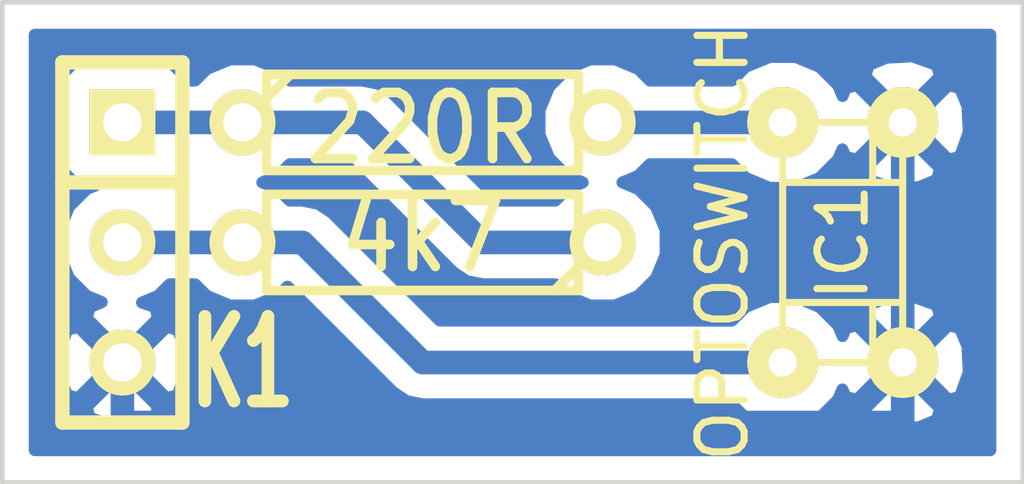
<source format=kicad_pcb>
(kicad_pcb (version 3) (host pcbnew "(2013-05-16 BZR 4016)-stable")

  (general
    (links 7)
    (no_connects 0)
    (area 45.669999 25.865445 67.360001 37.634555)
    (thickness 1.6)
    (drawings 4)
    (tracks 13)
    (zones 0)
    (modules 4)
    (nets 5)
  )

  (page A3)
  (layers
    (15 Dessus.Cu signal)
    (0 Dessous.Cu signal)
    (16 Dessous.Adhes user)
    (17 Dessus.Adhes user)
    (18 Dessous.Pate user)
    (19 Dessus.Pate user)
    (20 Dessous.SilkS user)
    (21 Dessus.SilkS user)
    (22 Dessous.Masque user)
    (23 Dessus.Masque user)
    (24 Dessin.User user)
    (25 Cmts.User user)
    (26 Eco1.User user)
    (27 Eco2.User user)
    (28 Contours.Ci user)
  )

  (setup
    (last_trace_width 0.254)
    (user_trace_width 0.5)
    (trace_clearance 0.254)
    (zone_clearance 0.508)
    (zone_45_only no)
    (trace_min 0.254)
    (segment_width 0.2)
    (edge_width 0.1)
    (via_size 0.889)
    (via_drill 0.635)
    (via_min_size 0.889)
    (via_min_drill 0.508)
    (uvia_size 0.508)
    (uvia_drill 0.127)
    (uvias_allowed no)
    (uvia_min_size 0.508)
    (uvia_min_drill 0.127)
    (pcb_text_width 0.3)
    (pcb_text_size 1.5 1.5)
    (mod_edge_width 0.15)
    (mod_text_size 1 1)
    (mod_text_width 0.15)
    (pad_size 1.5 1.5)
    (pad_drill 0.6)
    (pad_to_mask_clearance 0)
    (aux_axis_origin 0 0)
    (visible_elements 7FFFFFFF)
    (pcbplotparams
      (layerselection 3178497)
      (usegerberextensions true)
      (excludeedgelayer true)
      (linewidth 0.150000)
      (plotframeref false)
      (viasonmask false)
      (mode 1)
      (useauxorigin false)
      (hpglpennumber 1)
      (hpglpenspeed 20)
      (hpglpendiameter 15)
      (hpglpenoverlay 2)
      (psnegative false)
      (psa4output false)
      (plotreference true)
      (plotvalue true)
      (plotothertext true)
      (plotinvisibletext false)
      (padsonsilk false)
      (subtractmaskfromsilk false)
      (outputformat 1)
      (mirror false)
      (drillshape 1)
      (scaleselection 1)
      (outputdirectory ""))
  )

  (net 0 "")
  (net 1 +5V)
  (net 2 GND)
  (net 3 N-000003)
  (net 4 N-000004)

  (net_class Default "Ceci est la Netclass par défaut"
    (clearance 0.254)
    (trace_width 0.254)
    (via_dia 0.889)
    (via_drill 0.635)
    (uvia_dia 0.508)
    (uvia_drill 0.127)
    (add_net "")
    (add_net +5V)
    (add_net GND)
    (add_net N-000003)
    (add_net N-000004)
  )

  (module SIL-3 (layer Dessus.Cu) (tedit 51BC9FDB) (tstamp 51BC9075)
    (at 48.26 31.75 270)
    (descr "Connecteur 3 pins")
    (tags "CONN DEV")
    (path /51BC8E35)
    (fp_text reference K1 (at 2.54 -2.54 360) (layer Dessus.SilkS)
      (effects (font (size 1.7907 1.07696) (thickness 0.3048)))
    )
    (fp_text value CONN_3 (at 0 -2.54 270) (layer Dessus.SilkS) hide
      (effects (font (size 1.524 1.016) (thickness 0.3048)))
    )
    (fp_line (start -3.81 1.27) (end -3.81 -1.27) (layer Dessus.SilkS) (width 0.3048))
    (fp_line (start -3.81 -1.27) (end 3.81 -1.27) (layer Dessus.SilkS) (width 0.3048))
    (fp_line (start 3.81 -1.27) (end 3.81 1.27) (layer Dessus.SilkS) (width 0.3048))
    (fp_line (start 3.81 1.27) (end -3.81 1.27) (layer Dessus.SilkS) (width 0.3048))
    (fp_line (start -1.27 -1.27) (end -1.27 1.27) (layer Dessus.SilkS) (width 0.3048))
    (pad 1 thru_hole rect (at -2.54 0 270) (size 1.397 1.397) (drill 0.8128)
      (layers *.Cu *.Mask Dessus.SilkS)
      (net 1 +5V)
    )
    (pad 2 thru_hole circle (at 0 0 270) (size 1.397 1.397) (drill 0.8128)
      (layers *.Cu *.Mask Dessus.SilkS)
      (net 3 N-000003)
    )
    (pad 3 thru_hole circle (at 2.54 0 270) (size 1.397 1.397) (drill 0.8128)
      (layers *.Cu *.Mask Dessus.SilkS)
      (net 2 GND)
    )
  )

  (module R3 (layer Dessus.Cu) (tedit 4E4C0E65) (tstamp 51BC9083)
    (at 54.61 29.21)
    (descr "Resitance 3 pas")
    (tags R)
    (path /51BC8DED)
    (autoplace_cost180 10)
    (fp_text reference R1 (at 0 0.127) (layer Dessus.SilkS) hide
      (effects (font (size 1.397 1.27) (thickness 0.2032)))
    )
    (fp_text value 220R (at 0 0.127) (layer Dessus.SilkS)
      (effects (font (size 1.397 1.27) (thickness 0.2032)))
    )
    (fp_line (start -3.81 0) (end -3.302 0) (layer Dessus.SilkS) (width 0.2032))
    (fp_line (start 3.81 0) (end 3.302 0) (layer Dessus.SilkS) (width 0.2032))
    (fp_line (start 3.302 0) (end 3.302 -1.016) (layer Dessus.SilkS) (width 0.2032))
    (fp_line (start 3.302 -1.016) (end -3.302 -1.016) (layer Dessus.SilkS) (width 0.2032))
    (fp_line (start -3.302 -1.016) (end -3.302 1.016) (layer Dessus.SilkS) (width 0.2032))
    (fp_line (start -3.302 1.016) (end 3.302 1.016) (layer Dessus.SilkS) (width 0.2032))
    (fp_line (start 3.302 1.016) (end 3.302 0) (layer Dessus.SilkS) (width 0.2032))
    (fp_line (start -3.302 -0.508) (end -2.794 -1.016) (layer Dessus.SilkS) (width 0.2032))
    (pad 1 thru_hole circle (at -3.81 0) (size 1.397 1.397) (drill 0.8128)
      (layers *.Cu *.Mask Dessus.SilkS)
      (net 1 +5V)
    )
    (pad 2 thru_hole circle (at 3.81 0) (size 1.397 1.397) (drill 0.8128)
      (layers *.Cu *.Mask Dessus.SilkS)
      (net 4 N-000004)
    )
    (model discret/resistor.wrl
      (at (xyz 0 0 0))
      (scale (xyz 0.3 0.3 0.3))
      (rotate (xyz 0 0 0))
    )
  )

  (module R3 (layer Dessus.Cu) (tedit 4E4C0E65) (tstamp 51BC9091)
    (at 54.61 31.75 180)
    (descr "Resitance 3 pas")
    (tags R)
    (path /51BC8DFC)
    (autoplace_cost180 10)
    (fp_text reference R2 (at 0 0.127 180) (layer Dessus.SilkS) hide
      (effects (font (size 1.397 1.27) (thickness 0.2032)))
    )
    (fp_text value 4k7 (at 0 0.127 180) (layer Dessus.SilkS)
      (effects (font (size 1.397 1.27) (thickness 0.2032)))
    )
    (fp_line (start -3.81 0) (end -3.302 0) (layer Dessus.SilkS) (width 0.2032))
    (fp_line (start 3.81 0) (end 3.302 0) (layer Dessus.SilkS) (width 0.2032))
    (fp_line (start 3.302 0) (end 3.302 -1.016) (layer Dessus.SilkS) (width 0.2032))
    (fp_line (start 3.302 -1.016) (end -3.302 -1.016) (layer Dessus.SilkS) (width 0.2032))
    (fp_line (start -3.302 -1.016) (end -3.302 1.016) (layer Dessus.SilkS) (width 0.2032))
    (fp_line (start -3.302 1.016) (end 3.302 1.016) (layer Dessus.SilkS) (width 0.2032))
    (fp_line (start 3.302 1.016) (end 3.302 0) (layer Dessus.SilkS) (width 0.2032))
    (fp_line (start -3.302 -0.508) (end -2.794 -1.016) (layer Dessus.SilkS) (width 0.2032))
    (pad 1 thru_hole circle (at -3.81 0 180) (size 1.397 1.397) (drill 0.8128)
      (layers *.Cu *.Mask Dessus.SilkS)
      (net 1 +5V)
    )
    (pad 2 thru_hole circle (at 3.81 0 180) (size 1.397 1.397) (drill 0.8128)
      (layers *.Cu *.Mask Dessus.SilkS)
      (net 3 N-000003)
    )
    (model discret/resistor.wrl
      (at (xyz 0 0 0))
      (scale (xyz 0.3 0.3 0.3))
      (rotate (xyz 0 0 0))
    )
  )

  (module OptoSwitchMiniature (layer Dessus.Cu) (tedit 51BC9FFF) (tstamp 51BC92CD)
    (at 63.5 31.75 270)
    (path /51BC8DD8)
    (fp_text reference IC1 (at 0 0 270) (layer Dessus.SilkS)
      (effects (font (size 1 1) (thickness 0.15)))
    )
    (fp_text value OPTOSWITCH (at 0 2.54 270) (layer Dessus.SilkS)
      (effects (font (size 1 1) (thickness 0.15)))
    )
    (fp_line (start 1.27 -0.635) (end 2.54 -0.635) (layer Dessus.SilkS) (width 0.15))
    (fp_line (start -2.54 -0.635) (end -1.27 -0.635) (layer Dessus.SilkS) (width 0.15))
    (fp_line (start 1.27 -1.27) (end 1.27 1.27) (layer Dessus.SilkS) (width 0.15))
    (fp_line (start -1.27 -1.27) (end -1.27 1.27) (layer Dessus.SilkS) (width 0.15))
    (fp_line (start -2.54 -1.27) (end 2.54 -1.27) (layer Dessus.SilkS) (width 0.15))
    (fp_line (start 2.54 -1.27) (end 2.54 1.27) (layer Dessus.SilkS) (width 0.15))
    (fp_line (start 2.54 1.27) (end -2.54 1.27) (layer Dessus.SilkS) (width 0.15))
    (fp_line (start -2.54 1.27) (end -2.54 -1.27) (layer Dessus.SilkS) (width 0.15))
    (pad 1 thru_hole circle (at -2.54 1.27 270) (size 1.5 1.5) (drill 0.6)
      (layers *.Cu *.Mask Dessus.SilkS)
      (net 4 N-000004)
    )
    (pad 2 thru_hole circle (at -2.54 -1.27 270) (size 1.5 1.5) (drill 0.6)
      (layers *.Cu *.Mask Dessus.SilkS)
      (net 2 GND)
    )
    (pad 3 thru_hole circle (at 2.54 -1.27 270) (size 1.5 1.5) (drill 0.6)
      (layers *.Cu *.Mask Dessus.SilkS)
      (net 2 GND)
    )
    (pad 4 thru_hole circle (at 2.54 1.27 270) (size 1.5 1.5) (drill 0.6)
      (layers *.Cu *.Mask Dessus.SilkS)
      (net 3 N-000003)
    )
  )

  (gr_line (start 45.72 36.83) (end 45.72 26.67) (angle 90) (layer Contours.Ci) (width 0.1))
  (gr_line (start 67.31 36.83) (end 45.72 36.83) (angle 90) (layer Contours.Ci) (width 0.1))
  (gr_line (start 67.31 26.67) (end 67.31 36.83) (angle 90) (layer Contours.Ci) (width 0.1))
  (gr_line (start 45.72 26.67) (end 67.31 26.67) (angle 90) (layer Contours.Ci) (width 0.1))

  (segment (start 50.8 29.21) (end 53.34 29.21) (width 0.5) (layer Dessous.Cu) (net 1))
  (segment (start 55.88 31.75) (end 58.42 31.75) (width 0.5) (layer Dessous.Cu) (net 1) (tstamp 51BC9E30))
  (segment (start 53.34 29.21) (end 55.88 31.75) (width 0.5) (layer Dessous.Cu) (net 1) (tstamp 51BC9E2C))
  (segment (start 48.26 29.21) (end 50.8 29.21) (width 0.5) (layer Dessous.Cu) (net 1) (status 80000))
  (segment (start 64.77 34.29) (end 64.77 29.21) (width 0.5) (layer Dessous.Cu) (net 2))
  (segment (start 64.77 34.29) (end 64.77 35.56) (width 0.5) (layer Dessous.Cu) (net 2))
  (segment (start 48.26 35.56) (end 48.26 34.29) (width 0.5) (layer Dessous.Cu) (net 2) (tstamp 51BC9E97))
  (segment (start 64.77 35.56) (end 48.26 35.56) (width 0.5) (layer Dessous.Cu) (net 2) (tstamp 51BC9E96))
  (segment (start 62.23 34.29) (end 54.61 34.29) (width 0.5) (layer Dessous.Cu) (net 3))
  (segment (start 52.07 31.75) (end 50.8 31.75) (width 0.5) (layer Dessous.Cu) (net 3) (tstamp 51BC9E93))
  (segment (start 54.61 34.29) (end 52.07 31.75) (width 0.5) (layer Dessous.Cu) (net 3) (tstamp 51BC9E92))
  (segment (start 48.26 31.75) (end 50.8 31.75) (width 0.5) (layer Dessous.Cu) (net 3))
  (segment (start 58.42 29.21) (end 62.23 29.21) (width 0.5) (layer Dessous.Cu) (net 4))

  (zone (net 2) (net_name GND) (layer Dessous.Cu) (tstamp 51BC9F48) (hatch edge 0.508)
    (connect_pads (clearance 0.508))
    (min_thickness 0.254)
    (fill (arc_segments 16) (thermal_gap 0.508) (thermal_bridge_width 0.508))
    (polygon
      (pts
        (xy 67.31 36.83) (xy 45.72 36.83) (xy 45.72 26.67) (xy 67.31 26.67)
      )
    )
    (filled_polygon
      (pts
        (xy 66.625 36.145) (xy 66.167198 36.145) (xy 66.167198 34.49483) (xy 66.167198 29.41483) (xy 66.139228 28.864554)
        (xy 65.982458 28.486078) (xy 65.741517 28.418088) (xy 65.561912 28.597693) (xy 65.561912 28.238483) (xy 65.493922 27.997542)
        (xy 64.97483 27.812802) (xy 64.424554 27.840772) (xy 64.046078 27.997542) (xy 63.978088 28.238483) (xy 64.77 29.030395)
        (xy 65.561912 28.238483) (xy 65.561912 28.597693) (xy 64.949605 29.21) (xy 65.741517 30.001912) (xy 65.982458 29.933922)
        (xy 66.167198 29.41483) (xy 66.167198 34.49483) (xy 66.139228 33.944554) (xy 65.982458 33.566078) (xy 65.741517 33.498088)
        (xy 65.561912 33.677693) (xy 65.561912 33.318483) (xy 65.561912 30.181517) (xy 64.77 29.389605) (xy 63.978088 30.181517)
        (xy 64.046078 30.422458) (xy 64.56517 30.607198) (xy 65.115446 30.579228) (xy 65.493922 30.422458) (xy 65.561912 30.181517)
        (xy 65.561912 33.318483) (xy 65.493922 33.077542) (xy 64.97483 32.892802) (xy 64.424554 32.920772) (xy 64.046078 33.077542)
        (xy 63.978088 33.318483) (xy 64.77 34.110395) (xy 65.561912 33.318483) (xy 65.561912 33.677693) (xy 64.949605 34.29)
        (xy 65.741517 35.081912) (xy 65.982458 35.013922) (xy 66.167198 34.49483) (xy 66.167198 36.145) (xy 65.561912 36.145)
        (xy 65.561912 35.261517) (xy 64.77 34.469605) (xy 64.590395 34.64921) (xy 64.590395 34.29) (xy 63.798483 33.498088)
        (xy 63.557542 33.566078) (xy 63.498269 33.732626) (xy 63.40483 33.506486) (xy 63.015563 33.116539) (xy 62.506702 32.905242)
        (xy 61.955715 32.904761) (xy 61.446486 33.11517) (xy 61.156149 33.405) (xy 54.976579 33.405) (xy 52.69579 31.12421)
        (xy 52.408675 30.932367) (xy 52.352484 30.921189) (xy 52.07 30.864999) (xy 52.069994 30.865) (xy 51.800752 30.865)
        (xy 51.556353 30.620174) (xy 51.218551 30.479906) (xy 51.55438 30.341145) (xy 51.800954 30.095) (xy 52.97342 30.095)
        (xy 55.254207 32.375786) (xy 55.25421 32.37579) (xy 55.541325 32.567633) (xy 55.88 32.635) (xy 57.419247 32.635)
        (xy 57.663647 32.879826) (xy 58.153587 33.083267) (xy 58.684086 33.08373) (xy 59.17438 32.881145) (xy 59.549826 32.506353)
        (xy 59.753267 32.016413) (xy 59.75373 31.485914) (xy 59.551145 30.99562) (xy 59.176353 30.620174) (xy 58.838551 30.479906)
        (xy 59.17438 30.341145) (xy 59.420954 30.095) (xy 61.156479 30.095) (xy 61.444437 30.383461) (xy 61.953298 30.594758)
        (xy 62.504285 30.595239) (xy 63.013514 30.38483) (xy 63.403461 29.995563) (xy 63.493378 29.779017) (xy 63.557542 29.933922)
        (xy 63.798483 30.001912) (xy 64.590395 29.21) (xy 63.798483 28.418088) (xy 63.557542 28.486078) (xy 63.498269 28.652626)
        (xy 63.40483 28.426486) (xy 63.015563 28.036539) (xy 62.506702 27.825242) (xy 61.955715 27.824761) (xy 61.446486 28.03517)
        (xy 61.156149 28.325) (xy 59.420752 28.325) (xy 59.176353 28.080174) (xy 58.686413 27.876733) (xy 58.155914 27.87627)
        (xy 57.66562 28.078855) (xy 57.290174 28.453647) (xy 57.086733 28.943587) (xy 57.08627 29.474086) (xy 57.288855 29.96438)
        (xy 57.663647 30.339826) (xy 58.001448 30.480093) (xy 57.66562 30.618855) (xy 57.419045 30.865) (xy 56.246579 30.865)
        (xy 53.96579 28.58421) (xy 53.678675 28.392367) (xy 53.622484 28.381189) (xy 53.34 28.324999) (xy 53.339994 28.325)
        (xy 51.800752 28.325) (xy 51.556353 28.080174) (xy 51.066413 27.876733) (xy 50.535914 27.87627) (xy 50.04562 28.078855)
        (xy 49.799045 28.325) (xy 49.56851 28.325) (xy 49.497141 28.152271) (xy 49.318668 27.973487) (xy 49.085364 27.876611)
        (xy 48.832745 27.87639) (xy 47.435745 27.87639) (xy 47.202271 27.972859) (xy 47.023487 28.151332) (xy 46.926611 28.384636)
        (xy 46.92639 28.637255) (xy 46.92639 30.034255) (xy 47.022859 30.267729) (xy 47.201332 30.446513) (xy 47.434636 30.543389)
        (xy 47.687255 30.54361) (xy 47.687727 30.54361) (xy 47.50562 30.618855) (xy 47.130174 30.993647) (xy 46.926733 31.483587)
        (xy 46.92627 32.014086) (xy 47.128855 32.50438) (xy 47.503647 32.879826) (xy 47.825122 33.013314) (xy 47.567072 33.120202)
        (xy 47.505419 33.355814) (xy 48.26 34.110395) (xy 49.014581 33.355814) (xy 48.952928 33.120202) (xy 48.673683 33.021917)
        (xy 49.01438 32.881145) (xy 49.260954 32.635) (xy 49.799247 32.635) (xy 50.043647 32.879826) (xy 50.533587 33.083267)
        (xy 51.064086 33.08373) (xy 51.55438 32.881145) (xy 51.752144 32.683724) (xy 53.984207 34.915786) (xy 53.98421 34.91579)
        (xy 54.271325 35.107633) (xy 54.61 35.175) (xy 61.156479 35.175) (xy 61.444437 35.463461) (xy 61.953298 35.674758)
        (xy 62.504285 35.675239) (xy 63.013514 35.46483) (xy 63.403461 35.075563) (xy 63.493378 34.859017) (xy 63.557542 35.013922)
        (xy 63.798483 35.081912) (xy 64.590395 34.29) (xy 64.590395 34.64921) (xy 63.978088 35.261517) (xy 64.046078 35.502458)
        (xy 64.56517 35.687198) (xy 65.115446 35.659228) (xy 65.493922 35.502458) (xy 65.561912 35.261517) (xy 65.561912 36.145)
        (xy 49.605924 36.145) (xy 49.605924 34.48252) (xy 49.577146 33.952802) (xy 49.429798 33.597072) (xy 49.194186 33.535419)
        (xy 48.439605 34.29) (xy 49.194186 35.044581) (xy 49.429798 34.982928) (xy 49.605924 34.48252) (xy 49.605924 36.145)
        (xy 49.014581 36.145) (xy 49.014581 35.224186) (xy 48.26 34.469605) (xy 48.080395 34.64921) (xy 48.080395 34.29)
        (xy 47.325814 33.535419) (xy 47.090202 33.597072) (xy 46.914076 34.09748) (xy 46.942854 34.627198) (xy 47.090202 34.982928)
        (xy 47.325814 35.044581) (xy 48.080395 34.29) (xy 48.080395 34.64921) (xy 47.505419 35.224186) (xy 47.567072 35.459798)
        (xy 48.06748 35.635924) (xy 48.597198 35.607146) (xy 48.952928 35.459798) (xy 49.014581 35.224186) (xy 49.014581 36.145)
        (xy 46.405 36.145) (xy 46.405 27.355) (xy 66.625 27.355) (xy 66.625 36.145)
      )
    )
  )
)

</source>
